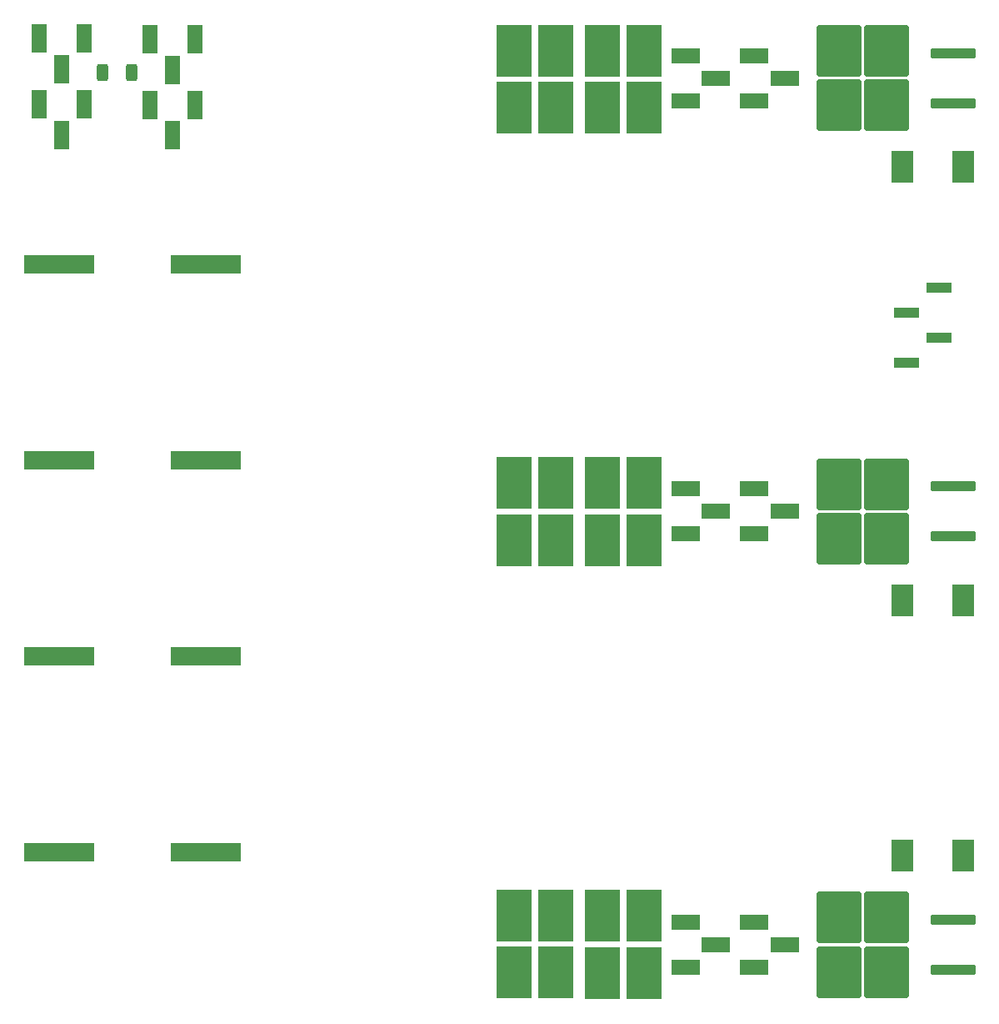
<source format=gtp>
G04 #@! TF.GenerationSoftware,KiCad,Pcbnew,7.0.1*
G04 #@! TF.CreationDate,2023-12-15T21:30:21-08:00*
G04 #@! TF.ProjectId,High current LED switch with ballast,48696768-2063-4757-9272-656e74204c45,rev?*
G04 #@! TF.SameCoordinates,Original*
G04 #@! TF.FileFunction,Paste,Top*
G04 #@! TF.FilePolarity,Positive*
%FSLAX46Y46*%
G04 Gerber Fmt 4.6, Leading zero omitted, Abs format (unit mm)*
G04 Created by KiCad (PCBNEW 7.0.1) date 2023-12-15 21:30:21*
%MOMM*%
%LPD*%
G01*
G04 APERTURE LIST*
G04 Aperture macros list*
%AMRoundRect*
0 Rectangle with rounded corners*
0 $1 Rounding radius*
0 $2 $3 $4 $5 $6 $7 $8 $9 X,Y pos of 4 corners*
0 Add a 4 corners polygon primitive as box body*
4,1,4,$2,$3,$4,$5,$6,$7,$8,$9,$2,$3,0*
0 Add four circle primitives for the rounded corners*
1,1,$1+$1,$2,$3*
1,1,$1+$1,$4,$5*
1,1,$1+$1,$6,$7*
1,1,$1+$1,$8,$9*
0 Add four rect primitives between the rounded corners*
20,1,$1+$1,$2,$3,$4,$5,0*
20,1,$1+$1,$4,$5,$6,$7,0*
20,1,$1+$1,$6,$7,$8,$9,0*
20,1,$1+$1,$8,$9,$2,$3,0*%
G04 Aperture macros list end*
%ADD10R,3.630000X5.330000*%
%ADD11R,7.112000X1.905000*%
%ADD12R,3.000000X1.650000*%
%ADD13R,1.650000X3.000000*%
%ADD14RoundRect,0.250000X-0.312500X-0.625000X0.312500X-0.625000X0.312500X0.625000X-0.312500X0.625000X0*%
%ADD15R,2.184400X3.200400*%
%ADD16RoundRect,0.250000X2.050000X0.300000X-2.050000X0.300000X-2.050000X-0.300000X2.050000X-0.300000X0*%
%ADD17RoundRect,0.250000X2.025000X2.375000X-2.025000X2.375000X-2.025000X-2.375000X2.025000X-2.375000X0*%
%ADD18R,2.510000X1.000000*%
G04 APERTURE END LIST*
D10*
X10000000Y41000000D03*
X14240000Y41000000D03*
D11*
X-30315100Y25100000D03*
X-45224900Y25100000D03*
D10*
X10000000Y-2900000D03*
X14240000Y-2900000D03*
X10000000Y2900000D03*
X14240000Y2900000D03*
X1000000Y-41000000D03*
X5240000Y-41000000D03*
D12*
X18450000Y-2285000D03*
X21550000Y0D03*
X18450000Y2285000D03*
X25450000Y-2285000D03*
X28550000Y0D03*
X25450000Y2285000D03*
D13*
X-35930000Y47940000D03*
X-33645000Y44840000D03*
X-31360000Y47940000D03*
D11*
X-30315100Y-14700000D03*
X-45224900Y-14700000D03*
D12*
X25450000Y41715000D03*
X28550000Y44000000D03*
X25450000Y46285000D03*
D14*
X-40767500Y44590000D03*
X-37842500Y44590000D03*
D10*
X1000000Y41000000D03*
X5240000Y41000000D03*
D15*
X40455800Y-34970000D03*
X46704200Y-34970000D03*
D16*
X45650000Y41460000D03*
D17*
X38925000Y41225000D03*
X38925000Y46775000D03*
X34075000Y41225000D03*
X34075000Y46775000D03*
D16*
X45650000Y46540000D03*
D11*
X-30315100Y5200000D03*
X-45224900Y5200000D03*
D10*
X1000000Y2900000D03*
X5240000Y2900000D03*
D12*
X25450000Y-46285000D03*
X28550000Y-44000000D03*
X25450000Y-41715000D03*
D13*
X-35930000Y41290000D03*
X-33645000Y38190000D03*
X-31360000Y41290000D03*
D12*
X18450000Y-46285000D03*
X21550000Y-44000000D03*
X18450000Y-41715000D03*
D11*
X-30315100Y-34600000D03*
X-45224900Y-34600000D03*
D13*
X-47230000Y41342800D03*
X-44945000Y38242800D03*
X-42660000Y41342800D03*
D15*
X40465800Y34980000D03*
X46714200Y34980000D03*
D10*
X10000000Y46800000D03*
X14240000Y46800000D03*
X10000000Y-41000000D03*
X14240000Y-41000000D03*
D18*
X44220000Y22740000D03*
X40910000Y20200000D03*
X44220000Y17660000D03*
X40910000Y15120000D03*
D10*
X1000000Y46800000D03*
X5240000Y46800000D03*
X1000000Y-46800000D03*
X5240000Y-46800000D03*
X1000000Y-2900000D03*
X5240000Y-2900000D03*
D13*
X-47230000Y47992800D03*
X-44945000Y44892800D03*
X-42660000Y47992800D03*
D10*
X10000000Y-46900000D03*
X14240000Y-46900000D03*
D12*
X18450000Y41715000D03*
X21550000Y44000000D03*
X18450000Y46285000D03*
D15*
X40455800Y-9020000D03*
X46704200Y-9020000D03*
D16*
X45650000Y-46540000D03*
D17*
X38925000Y-46775000D03*
X38925000Y-41225000D03*
X34075000Y-46775000D03*
X34075000Y-41225000D03*
D16*
X45650000Y-41460000D03*
X45650000Y-2540000D03*
D17*
X38925000Y-2775000D03*
X38925000Y2775000D03*
X34075000Y-2775000D03*
X34075000Y2775000D03*
D16*
X45650000Y2540000D03*
M02*

</source>
